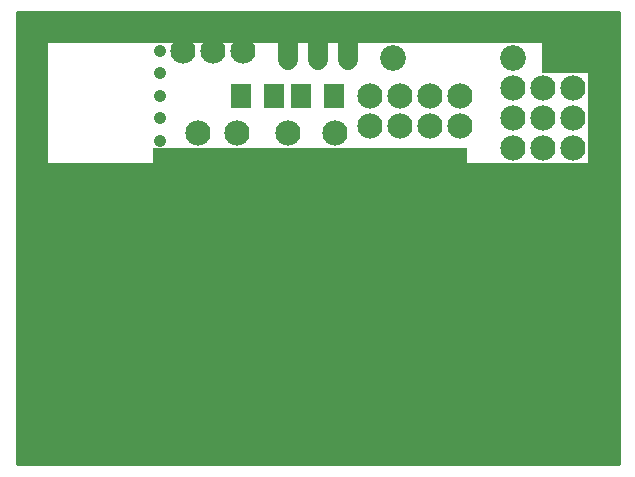
<source format=gts>
G75*
%MOIN*%
%OFA0B0*%
%FSLAX25Y25*%
%IPPOS*%
%LPD*%
%AMOC8*
5,1,8,0,0,1.08239X$1,22.5*
%
%ADD10C,0.01600*%
%ADD11R,1.05000X0.17500*%
%ADD12R,0.22500X0.10000*%
%ADD13R,2.00000X0.10000*%
%ADD14R,1.90000X1.00000*%
%ADD15R,0.10000X0.40000*%
%ADD16R,0.10000X1.40000*%
%ADD17C,0.00000*%
%ADD18R,0.20800X0.09800*%
%ADD19R,0.09800X0.20800*%
%ADD20R,0.07898X0.07099*%
%ADD21R,0.07099X0.07898*%
%ADD22C,0.08600*%
%ADD23C,0.06800*%
%ADD24C,0.04100*%
%ADD25C,0.05600*%
%ADD26C,0.08400*%
%ADD27OC8,0.06650*%
D10*
X0167772Y0112602D02*
X0367772Y0112602D01*
X0367772Y0262602D01*
X0167772Y0262602D01*
X0167772Y0112602D01*
D11*
X0265272Y0208852D03*
D12*
X0354022Y0247602D03*
D13*
X0267772Y0257602D03*
D14*
X0262772Y0162602D03*
D15*
X0172772Y0232602D03*
D16*
X0362772Y0182602D03*
D17*
X0367772Y0168102D02*
X0367772Y0212102D01*
X0289772Y0112602D02*
X0245772Y0112602D01*
X0167772Y0168102D02*
X0167772Y0212102D01*
D18*
X0177872Y0207502D03*
X0177872Y0190102D03*
X0177872Y0172702D03*
X0357672Y0172702D03*
X0357672Y0190102D03*
X0357672Y0207502D03*
D19*
X0285172Y0122702D03*
X0267772Y0122702D03*
X0250372Y0122702D03*
D20*
X0197772Y0139504D03*
X0187772Y0139504D03*
X0187772Y0150701D03*
X0197772Y0150701D03*
D21*
X0242173Y0235102D03*
X0253370Y0235102D03*
X0262173Y0235102D03*
X0273370Y0235102D03*
D22*
X0292772Y0247602D03*
X0332772Y0247602D03*
D23*
X0277772Y0247102D02*
X0277772Y0253102D01*
X0267772Y0253102D02*
X0267772Y0247102D01*
X0257772Y0247102D02*
X0257772Y0253102D01*
D24*
X0215272Y0250102D03*
X0215272Y0242602D03*
X0215272Y0235102D03*
X0215272Y0227602D03*
X0215272Y0220102D03*
X0215272Y0212602D03*
X0215272Y0205102D03*
X0207772Y0205102D03*
X0200272Y0205102D03*
X0192772Y0205102D03*
X0185272Y0205102D03*
X0177772Y0205102D03*
X0177772Y0175102D03*
X0185272Y0175102D03*
X0192772Y0175102D03*
X0200272Y0175102D03*
X0207772Y0175102D03*
X0215272Y0175102D03*
X0222772Y0175102D03*
X0230272Y0175102D03*
X0237772Y0175102D03*
X0245272Y0175102D03*
X0245272Y0167602D03*
X0245272Y0160102D03*
X0245272Y0152602D03*
X0245272Y0145102D03*
X0245272Y0137602D03*
X0245272Y0130102D03*
X0252772Y0130102D03*
X0252772Y0137602D03*
X0252772Y0122602D03*
X0245272Y0122602D03*
X0282772Y0122602D03*
X0282772Y0130102D03*
X0282772Y0137602D03*
X0290272Y0145102D03*
X0290272Y0152602D03*
X0290272Y0160102D03*
X0290272Y0167602D03*
X0290272Y0175102D03*
X0297772Y0175102D03*
X0305272Y0175102D03*
X0312772Y0175102D03*
X0320272Y0175102D03*
X0327772Y0175102D03*
X0335272Y0175102D03*
X0342772Y0175102D03*
X0350272Y0175102D03*
X0357772Y0175102D03*
X0355272Y0205102D03*
X0347772Y0205102D03*
X0340272Y0205102D03*
X0332772Y0205102D03*
X0325272Y0205102D03*
X0317772Y0205102D03*
X0310272Y0202602D03*
X0310272Y0207602D03*
X0310272Y0212602D03*
X0290272Y0207602D03*
X0280272Y0207602D03*
X0270272Y0202602D03*
X0265272Y0202602D03*
X0267772Y0197602D03*
X0267772Y0192602D03*
X0267772Y0187602D03*
X0225272Y0202602D03*
X0225272Y0207602D03*
X0225272Y0212602D03*
D25*
X0235272Y0207602D03*
X0240272Y0202602D03*
X0245272Y0207602D03*
X0250272Y0212602D03*
X0255272Y0207602D03*
X0250272Y0202602D03*
X0240272Y0212602D03*
X0298874Y0166224D03*
X0308874Y0166224D03*
X0318874Y0166224D03*
X0328874Y0166224D03*
X0338874Y0166224D03*
X0338874Y0156224D03*
X0348874Y0156224D03*
X0348874Y0146224D03*
X0338874Y0146224D03*
X0328874Y0146224D03*
X0318874Y0146224D03*
X0308874Y0146224D03*
X0298874Y0146224D03*
X0298874Y0156224D03*
X0308874Y0156224D03*
X0318874Y0156224D03*
X0328874Y0156224D03*
X0325252Y0136224D03*
X0333126Y0136224D03*
X0341000Y0136224D03*
X0348874Y0136224D03*
X0356748Y0136224D03*
X0362772Y0137602D03*
X0358874Y0146224D03*
X0358874Y0156224D03*
X0362772Y0167602D03*
X0317378Y0136224D03*
X0309504Y0136224D03*
X0301630Y0136224D03*
X0301630Y0128350D03*
X0309504Y0128350D03*
X0317378Y0128350D03*
X0325252Y0128350D03*
X0333126Y0128350D03*
X0341000Y0128350D03*
X0348874Y0128350D03*
X0356748Y0128350D03*
X0362772Y0127602D03*
X0356748Y0120476D03*
X0362772Y0117602D03*
X0348874Y0120476D03*
X0341000Y0120476D03*
X0333126Y0120476D03*
X0325252Y0120476D03*
X0317378Y0120476D03*
X0309504Y0120476D03*
X0302772Y0117602D03*
X0295272Y0117602D03*
X0287772Y0117602D03*
X0247772Y0117602D03*
X0237772Y0117602D03*
X0227772Y0117602D03*
X0217772Y0117602D03*
X0207772Y0117602D03*
X0197772Y0117602D03*
X0187772Y0117602D03*
X0177772Y0117602D03*
X0172772Y0135102D03*
X0172772Y0145102D03*
X0172772Y0155102D03*
X0172772Y0165102D03*
X0172772Y0175102D03*
X0172772Y0205102D03*
X0172772Y0215102D03*
X0172772Y0225102D03*
X0172772Y0235102D03*
X0172772Y0245102D03*
X0172772Y0255102D03*
X0182772Y0257602D03*
X0192772Y0257602D03*
X0202772Y0257602D03*
X0212772Y0257602D03*
X0222772Y0257602D03*
X0232772Y0257602D03*
X0242772Y0257602D03*
X0292772Y0257602D03*
X0302772Y0257602D03*
X0312772Y0257602D03*
X0322772Y0257602D03*
X0332772Y0257602D03*
X0342772Y0257602D03*
X0352772Y0257602D03*
X0362772Y0257602D03*
X0362772Y0237602D03*
X0362772Y0227602D03*
X0362772Y0217602D03*
X0362772Y0207602D03*
D26*
X0352772Y0217602D03*
X0342772Y0217602D03*
X0332772Y0217602D03*
X0332772Y0227602D03*
X0342772Y0227602D03*
X0352772Y0227602D03*
X0352772Y0237602D03*
X0342772Y0237602D03*
X0332772Y0237602D03*
X0315272Y0235102D03*
X0305272Y0235102D03*
X0305272Y0225102D03*
X0315272Y0225102D03*
X0295272Y0225102D03*
X0285272Y0225102D03*
X0285272Y0235102D03*
X0295272Y0235102D03*
X0273572Y0222702D03*
X0257772Y0222602D03*
X0241072Y0222702D03*
X0227772Y0222602D03*
X0232772Y0250102D03*
X0242772Y0250102D03*
X0222772Y0250102D03*
X0227772Y0155102D03*
X0227772Y0145102D03*
X0217772Y0145102D03*
X0207772Y0145102D03*
X0207772Y0155102D03*
X0217772Y0155102D03*
X0217772Y0135102D03*
X0207772Y0135102D03*
X0207772Y0125102D03*
X0217772Y0125102D03*
X0227772Y0125102D03*
X0227772Y0135102D03*
X0197772Y0125102D03*
X0187772Y0125102D03*
X0177772Y0125102D03*
D27*
X0187772Y0160102D03*
X0197772Y0160102D03*
M02*

</source>
